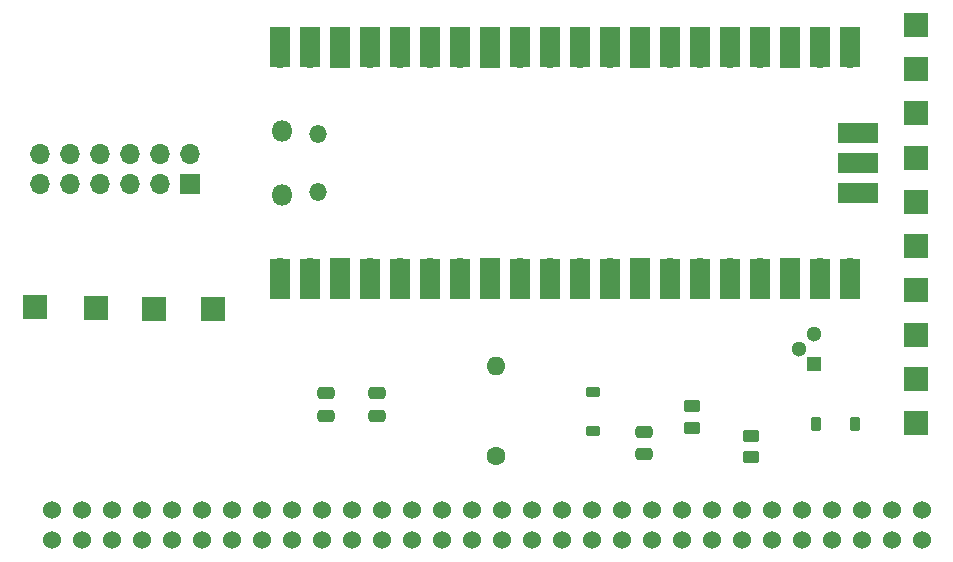
<source format=gbr>
%TF.GenerationSoftware,KiCad,Pcbnew,8.0.9-8.0.9-0~ubuntu22.04.1*%
%TF.CreationDate,2025-05-23T21:37:58-03:00*%
%TF.ProjectId,GG_LCD_DIY,47475f4c-4344-45f4-9449-592e6b696361,rev?*%
%TF.SameCoordinates,Original*%
%TF.FileFunction,Soldermask,Top*%
%TF.FilePolarity,Negative*%
%FSLAX46Y46*%
G04 Gerber Fmt 4.6, Leading zero omitted, Abs format (unit mm)*
G04 Created by KiCad (PCBNEW 8.0.9-8.0.9-0~ubuntu22.04.1) date 2025-05-23 21:37:58*
%MOMM*%
%LPD*%
G01*
G04 APERTURE LIST*
G04 Aperture macros list*
%AMRoundRect*
0 Rectangle with rounded corners*
0 $1 Rounding radius*
0 $2 $3 $4 $5 $6 $7 $8 $9 X,Y pos of 4 corners*
0 Add a 4 corners polygon primitive as box body*
4,1,4,$2,$3,$4,$5,$6,$7,$8,$9,$2,$3,0*
0 Add four circle primitives for the rounded corners*
1,1,$1+$1,$2,$3*
1,1,$1+$1,$4,$5*
1,1,$1+$1,$6,$7*
1,1,$1+$1,$8,$9*
0 Add four rect primitives between the rounded corners*
20,1,$1+$1,$2,$3,$4,$5,0*
20,1,$1+$1,$4,$5,$6,$7,0*
20,1,$1+$1,$6,$7,$8,$9,0*
20,1,$1+$1,$8,$9,$2,$3,0*%
G04 Aperture macros list end*
%ADD10O,1.800000X1.800000*%
%ADD11O,1.500000X1.500000*%
%ADD12O,1.700000X1.700000*%
%ADD13R,1.700000X3.500000*%
%ADD14R,1.700000X1.700000*%
%ADD15R,3.500000X1.700000*%
%ADD16R,2.000000X2.000000*%
%ADD17R,1.300000X1.300000*%
%ADD18C,1.300000*%
%ADD19RoundRect,0.225000X0.375000X-0.225000X0.375000X0.225000X-0.375000X0.225000X-0.375000X-0.225000X0*%
%ADD20C,1.524000*%
%ADD21RoundRect,0.250000X-0.450000X0.262500X-0.450000X-0.262500X0.450000X-0.262500X0.450000X0.262500X0*%
%ADD22C,1.600000*%
%ADD23O,1.600000X1.600000*%
%ADD24RoundRect,0.250000X0.475000X-0.250000X0.475000X0.250000X-0.475000X0.250000X-0.475000X-0.250000X0*%
%ADD25RoundRect,0.250000X0.450000X-0.262500X0.450000X0.262500X-0.450000X0.262500X-0.450000X-0.262500X0*%
%ADD26RoundRect,0.225000X-0.225000X-0.375000X0.225000X-0.375000X0.225000X0.375000X-0.225000X0.375000X0*%
G04 APERTURE END LIST*
D10*
%TO.C,U1*%
X130250000Y-80735000D03*
D11*
X133280000Y-80435000D03*
X133280000Y-75585000D03*
D10*
X130250000Y-75285000D03*
D12*
X130120000Y-86900000D03*
D13*
X130120000Y-87800000D03*
D12*
X132660000Y-86900000D03*
D13*
X132660000Y-87800000D03*
D14*
X135200000Y-86900000D03*
D13*
X135200000Y-87800000D03*
D12*
X137740000Y-86900000D03*
D13*
X137740000Y-87800000D03*
D12*
X140280000Y-86900000D03*
D13*
X140280000Y-87800000D03*
D12*
X142820000Y-86900000D03*
D13*
X142820000Y-87800000D03*
D12*
X145360000Y-86900000D03*
D13*
X145360000Y-87800000D03*
D14*
X147900000Y-86900000D03*
D13*
X147900000Y-87800000D03*
D12*
X150440000Y-86900000D03*
D13*
X150440000Y-87800000D03*
D12*
X152980000Y-86900000D03*
D13*
X152980000Y-87800000D03*
D12*
X155520000Y-86900000D03*
D13*
X155520000Y-87800000D03*
D12*
X158060000Y-86900000D03*
D13*
X158060000Y-87800000D03*
D14*
X160600000Y-86900000D03*
D13*
X160600000Y-87800000D03*
D12*
X163140000Y-86900000D03*
D13*
X163140000Y-87800000D03*
D12*
X165680000Y-86900000D03*
D13*
X165680000Y-87800000D03*
D12*
X168220000Y-86900000D03*
D13*
X168220000Y-87800000D03*
D12*
X170760000Y-86900000D03*
D13*
X170760000Y-87800000D03*
D14*
X173300000Y-86900000D03*
D13*
X173300000Y-87800000D03*
D12*
X175840000Y-86900000D03*
D13*
X175840000Y-87800000D03*
D12*
X178380000Y-86900000D03*
D13*
X178380000Y-87800000D03*
D12*
X178380000Y-69120000D03*
D13*
X178380000Y-68220000D03*
D12*
X175840000Y-69120000D03*
D13*
X175840000Y-68220000D03*
D14*
X173300000Y-69120000D03*
D13*
X173300000Y-68220000D03*
D12*
X170760000Y-69120000D03*
D13*
X170760000Y-68220000D03*
D12*
X168220000Y-69120000D03*
D13*
X168220000Y-68220000D03*
D12*
X165680000Y-69120000D03*
D13*
X165680000Y-68220000D03*
D12*
X163140000Y-69120000D03*
D13*
X163140000Y-68220000D03*
D14*
X160600000Y-69120000D03*
D13*
X160600000Y-68220000D03*
D12*
X158060000Y-69120000D03*
D13*
X158060000Y-68220000D03*
D12*
X155520000Y-69120000D03*
D13*
X155520000Y-68220000D03*
D12*
X152980000Y-69120000D03*
D13*
X152980000Y-68220000D03*
D12*
X150440000Y-69120000D03*
D13*
X150440000Y-68220000D03*
D14*
X147900000Y-69120000D03*
D13*
X147900000Y-68220000D03*
D12*
X145360000Y-69120000D03*
D13*
X145360000Y-68220000D03*
D12*
X142820000Y-69120000D03*
D13*
X142820000Y-68220000D03*
D12*
X140280000Y-69120000D03*
D13*
X140280000Y-68220000D03*
D12*
X137740000Y-69120000D03*
D13*
X137740000Y-68220000D03*
D14*
X135200000Y-69120000D03*
D13*
X135200000Y-68220000D03*
D12*
X132660000Y-69120000D03*
D13*
X132660000Y-68220000D03*
D12*
X130120000Y-69120000D03*
D13*
X130120000Y-68220000D03*
D12*
X178150000Y-80550000D03*
D15*
X179050000Y-80550000D03*
D14*
X178150000Y-78010000D03*
D15*
X179050000Y-78010000D03*
D12*
X178150000Y-75470000D03*
D15*
X179050000Y-75470000D03*
%TD*%
D16*
%TO.C,J16*%
X183900000Y-73800000D03*
%TD*%
D17*
%TO.C,Q2*%
X175300000Y-95040000D03*
D18*
X174030000Y-93770000D03*
X175300000Y-92500000D03*
%TD*%
D16*
%TO.C,J5*%
X183900000Y-85050000D03*
%TD*%
D19*
%TO.C,D3*%
X156600000Y-100700000D03*
X156600000Y-97400000D03*
%TD*%
D20*
%TO.C,J14*%
X184420000Y-109900000D03*
X184420000Y-107360000D03*
X181880000Y-109900000D03*
X181880000Y-107360000D03*
X179340000Y-109900000D03*
X179340000Y-107360000D03*
X176800000Y-109900000D03*
X176800000Y-107360000D03*
X174260000Y-109900000D03*
X174260000Y-107360000D03*
X171720000Y-109900000D03*
X171720000Y-107360000D03*
X169180000Y-109900000D03*
X169180000Y-107360000D03*
X166640000Y-109900000D03*
X166640000Y-107360000D03*
X164100000Y-109900000D03*
X164100000Y-107360000D03*
X161560000Y-109900000D03*
X161560000Y-107360000D03*
X159020000Y-109900000D03*
X159020000Y-107360000D03*
X156480000Y-109900000D03*
X156480000Y-107360000D03*
X153940000Y-109900000D03*
X153940000Y-107360000D03*
X151400000Y-109900000D03*
X151400000Y-107360000D03*
X148860000Y-109900000D03*
X148860000Y-107360000D03*
X146320000Y-109900000D03*
X146320000Y-107360000D03*
X143780000Y-109900000D03*
X143780000Y-107360000D03*
X141240000Y-109900000D03*
X141240000Y-107360000D03*
X138700000Y-109900000D03*
X138700000Y-107360000D03*
X136160000Y-109900000D03*
X136160000Y-107360000D03*
X133620000Y-109900000D03*
X133620000Y-107360000D03*
X131080000Y-109900000D03*
X131080000Y-107360000D03*
X128540000Y-109900000D03*
X128540000Y-107360000D03*
X126000000Y-109900000D03*
X126000000Y-107360000D03*
X123460000Y-109900000D03*
X123460000Y-107360000D03*
X120920000Y-109900000D03*
X120920000Y-107360000D03*
X118380000Y-109900000D03*
X110760000Y-109900000D03*
X118380000Y-107360000D03*
X115840000Y-109900000D03*
X115840000Y-107360000D03*
X113300000Y-109900000D03*
X113300000Y-107360000D03*
X110760000Y-107360000D03*
%TD*%
D16*
%TO.C,J4*%
X183900000Y-88800000D03*
%TD*%
%TO.C,J8*%
X183900000Y-70050000D03*
%TD*%
D21*
%TO.C,R2*%
X170000000Y-101100000D03*
X170000000Y-102925000D03*
%TD*%
D22*
%TO.C,L1*%
X148400000Y-102810000D03*
D23*
X148400000Y-95190000D03*
%TD*%
D16*
%TO.C,J2*%
X183900000Y-81300000D03*
%TD*%
%TO.C,J1*%
X109300000Y-90200000D03*
%TD*%
D24*
%TO.C,C3*%
X134000000Y-99400000D03*
X134000000Y-97500000D03*
%TD*%
D16*
%TO.C,J10*%
X119400000Y-90400000D03*
%TD*%
D24*
%TO.C,C1*%
X160900000Y-102650000D03*
X160900000Y-100750000D03*
%TD*%
D16*
%TO.C,J7*%
X183900000Y-77550000D03*
%TD*%
%TO.C,J9*%
X183900000Y-66300000D03*
%TD*%
%TO.C,J12*%
X114500000Y-90300000D03*
%TD*%
D24*
%TO.C,C2*%
X138300000Y-99400000D03*
X138300000Y-97500000D03*
%TD*%
D25*
%TO.C,R1*%
X165000000Y-100425000D03*
X165000000Y-98600000D03*
%TD*%
D16*
%TO.C,J6*%
X183900000Y-96300000D03*
%TD*%
%TO.C,J15*%
X183900000Y-100050000D03*
%TD*%
D14*
%TO.C,J17*%
X122500000Y-79800000D03*
D12*
X122500000Y-77260000D03*
X119960000Y-79800000D03*
X119960000Y-77260000D03*
X117420000Y-79800000D03*
X117420000Y-77260000D03*
X114880000Y-79800000D03*
X114880000Y-77260000D03*
X112340000Y-79800000D03*
X112340000Y-77260000D03*
X109800000Y-79800000D03*
X109800000Y-77260000D03*
%TD*%
D16*
%TO.C,J11*%
X124400000Y-90400000D03*
%TD*%
D26*
%TO.C,D1*%
X175500000Y-100100000D03*
X178800000Y-100100000D03*
%TD*%
D16*
%TO.C,J3*%
X183900000Y-92550000D03*
%TD*%
M02*

</source>
